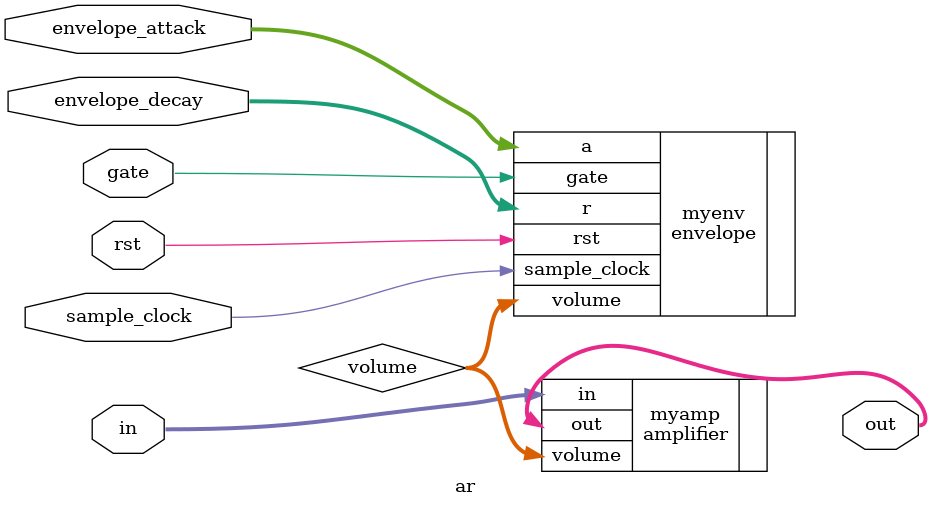
<source format=v>
/* `include "amplifier.v" */
/* `include "envelope.v" */

module ar #(
	parameter BITDEPTH = 14
)(
	input sample_clock,
	input rst,
	input [BITDEPTH-1:0] in,
	input [7:0] envelope_attack,
	input [7:0] envelope_decay,
	input gate,
	output [BITDEPTH-1:0] out
);

wire [7:0] volume;
envelope myenv (
	.sample_clock(sample_clock),
	.rst(rst),
	.gate(gate),
	.a(envelope_attack),
	.r(envelope_decay),
	.volume(volume) // returns
);

amplifier myamp (
	.in(in),
	.volume(volume),
	.out(out)
);

endmodule

</source>
